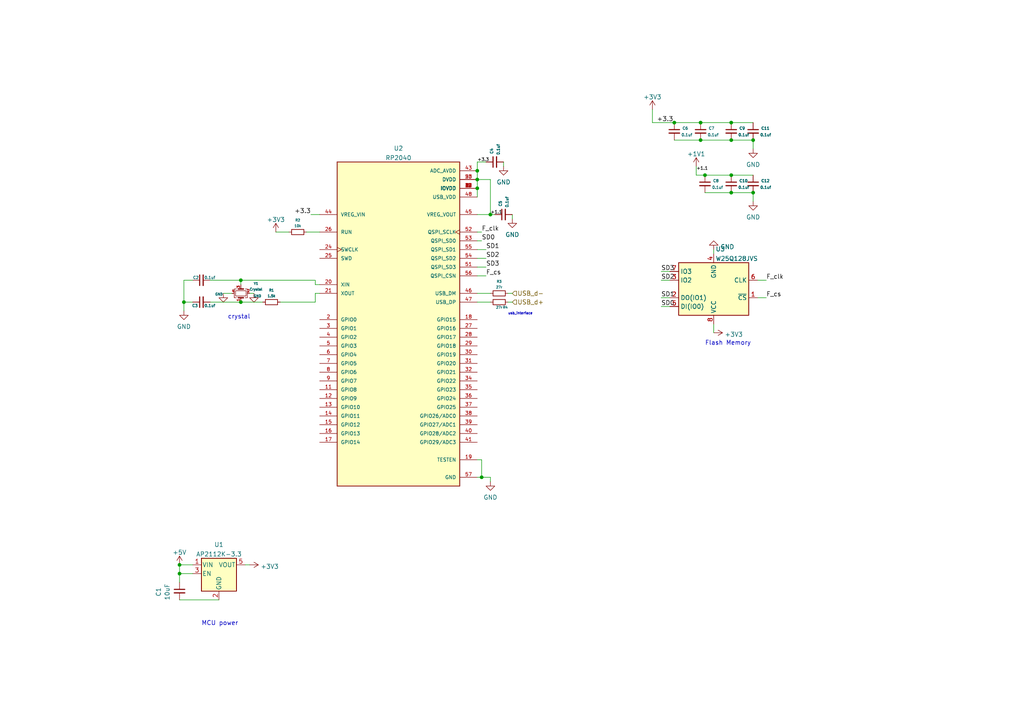
<source format=kicad_sch>
(kicad_sch (version 20231120) (generator "eeschema") (generator_version "8.0")
  (paper "A4")
  (lib_symbols
    (symbol "Device:C_Small" (pin_numbers hide) (pin_names (offset 0.254) hide)
      (property "Reference" "C" (at 0.254 1.778 0))
      (property "Value" "C_Small" (at 0.254 -2.032 0))
      (symbol "C_Small_0_1"
        (polyline (pts (xy -1.524 -0.508) (xy 1.524 -0.508)) (stroke (width 0.3302)))
        (polyline (pts (xy -1.524 0.508) (xy 1.524 0.508)) (stroke (width 0.3048)))
      )
      (symbol "C_Small_1_1"
        (pin passive line (at 0 2.54 270) (length 2.032) (name "~") (number "1"))
        (pin passive line (at 0 -2.54 90) (length 2.032) (name "~") (number "2"))
      )
    )
    (symbol "Device:Crystal_GND24_Small" (pin_names (offset 1.016) hide)
      (property "Reference" "Y" (at 1.27 4.445 0))
      (property "Value" "Crystal_GND24_Small" (at 1.27 2.54 0))
      (symbol "Crystal_GND24_Small_0_1"
        (rectangle (start -0.762 -1.524) (end 0.762 1.524))
        (polyline (pts (xy -1.27 -0.762) (xy -1.27 0.762)) (stroke (width 0.381)))
        (polyline (pts (xy 1.27 -0.762) (xy 1.27 0.762)) (stroke (width 0.381)))
        (polyline (pts (xy -1.27 -1.27) (xy -1.27 -1.905) (xy 1.27 -1.905) (xy 1.27 -1.27)))
        (polyline (pts (xy -1.27 1.27) (xy -1.27 1.905) (xy 1.27 1.905) (xy 1.27 1.27)))
      )
      (symbol "Crystal_GND24_Small_1_1"
        (pin passive line (at -2.54 0 0) (length 1.27) (name "1") (number "1"))
        (pin passive line (at 0 -2.54 90) (length 0.635) (name "2") (number "2"))
        (pin passive line (at 2.54 0 180) (length 1.27) (name "3") (number "3"))
        (pin passive line (at 0 2.54 270) (length 0.635) (name "4") (number "4"))
      )
    )
    (symbol "Device:R_Small" (pin_numbers hide) (pin_names (offset 0.254) hide)
      (property "Reference" "R" (at 0.762 0.508 0))
      (property "Value" "R_Small" (at 0.762 -1.016 0))
      (symbol "R_Small_0_1"
        (rectangle (start -0.762 1.778) (end 0.762 -1.778) (stroke (width 0.2032)))
      )
      (symbol "R_Small_1_1"
        (pin passive line (at 0 2.54 270) (length 0.762) (name "~") (number "1"))
        (pin passive line (at 0 -2.54 90) (length 0.762) (name "~") (number "2"))
      )
    )
    (symbol "Memory_Flash:W25Q128JVS"
      (property "Reference" "U" (at -8.89 8.89 0))
      (property "Value" "W25Q128JVS" (at 7.62 8.89 0))
      (symbol "W25Q128JVS_0_1"
        (rectangle (start -10.16 7.62) (end 10.16 -7.62) (stroke (width 0.254)) (fill (type background)))
      )
      (symbol "W25Q128JVS_1_1"
        (pin input line (at -12.7 2.54 0) (length 2.54) (name "~{CS}") (number "1"))
        (pin bidirectional line (at 12.7 2.54 180) (length 2.54) (name "DO(IO1)") (number "2"))
        (pin bidirectional line (at 12.7 -2.54 180) (length 2.54) (name "IO2") (number "3"))
        (pin power_in line (at 0 -10.16 90) (length 2.54) (name "GND") (number "4"))
        (pin bidirectional line (at 12.7 5.08 180) (length 2.54) (name "DI(IO0)") (number "5"))
        (pin input line (at -12.7 -2.54 0) (length 2.54) (name "CLK") (number "6"))
        (pin bidirectional line (at 12.7 -5.08 180) (length 2.54) (name "IO3") (number "7"))
        (pin power_in line (at 0 10.16 270) (length 2.54) (name "VCC") (number "8"))
      )
    )
    (symbol "RP2040:RP2040" (pin_names (offset 1.016))
      (property "Reference" "U" (at -17.78 50.8 0))
      (property "Value" "RP2040" (at -17.78 -48.26 0))
      (symbol "RP2040_0_0"
        (rectangle (start -17.78 -45.72) (end 17.78 48.26) (stroke (width 0.254)) (fill (type background)))
        (pin power_in line (at 22.86 40.64 180) (length 5.08) (name "IOVDD") (number "1"))
        (pin power_in line (at 22.86 40.64 180) (length 5.08) (name "IOVDD") (number "10"))
        (pin bidirectional line (at -22.86 -17.78 0) (length 5.08) (name "GPIO8") (number "11"))
        (pin bidirectional line (at -22.86 -20.32 0) (length 5.08) (name "GPIO9") (number "12"))
        (pin bidirectional line (at -22.86 -22.86 0) (length 5.08) (name "GPIO10") (number "13"))
        (pin bidirectional line (at -22.86 -25.4 0) (length 5.08) (name "GPIO11") (number "14"))
        (pin bidirectional line (at -22.86 -27.94 0) (length 5.08) (name "GPIO12") (number "15"))
        (pin bidirectional line (at -22.86 -30.48 0) (length 5.08) (name "GPIO13") (number "16"))
        (pin bidirectional line (at -22.86 -33.02 0) (length 5.08) (name "GPIO14") (number "17"))
        (pin bidirectional line (at 22.86 2.54 180) (length 5.08) (name "GPIO15") (number "18"))
        (pin passive line (at 22.86 -38.1 180) (length 5.08) (name "TESTEN") (number "19"))
        (pin bidirectional line (at -22.86 2.54 0) (length 5.08) (name "GPIO0") (number "2"))
        (pin input line (at -22.86 12.7 0) (length 5.08) (name "XIN") (number "20"))
        (pin output line (at -22.86 10.16 0) (length 5.08) (name "XOUT") (number "21"))
        (pin power_in line (at 22.86 40.64 180) (length 5.08) (name "IOVDD") (number "22"))
        (pin power_in line (at 22.86 43.18 180) (length 5.08) (name "DVDD") (number "23"))
        (pin input clock (at -22.86 22.86 0) (length 5.08) (name "SWCLK") (number "24"))
        (pin bidirectional line (at -22.86 20.32 0) (length 5.08) (name "SWD") (number "25"))
        (pin input line (at -22.86 27.94 0) (length 5.08) (name "RUN") (number "26"))
        (pin bidirectional line (at 22.86 0 180) (length 5.08) (name "GPIO16") (number "27"))
        (pin bidirectional line (at 22.86 -2.54 180) (length 5.08) (name "GPIO17") (number "28"))
        (pin bidirectional line (at 22.86 -5.08 180) (length 5.08) (name "GPIO18") (number "29"))
        (pin bidirectional line (at -22.86 0 0) (length 5.08) (name "GPIO1") (number "3"))
        (pin bidirectional line (at 22.86 -7.62 180) (length 5.08) (name "GPIO19") (number "30"))
        (pin bidirectional line (at 22.86 -10.16 180) (length 5.08) (name "GPIO20") (number "31"))
        (pin bidirectional line (at 22.86 -12.7 180) (length 5.08) (name "GPIO21") (number "32"))
        (pin power_in line (at 22.86 40.64 180) (length 5.08) (name "IOVDD") (number "33"))
        (pin bidirectional line (at 22.86 -15.24 180) (length 5.08) (name "GPIO22") (number "34"))
        (pin bidirectional line (at 22.86 -17.78 180) (length 5.08) (name "GPIO23") (number "35"))
        (pin bidirectional line (at 22.86 -20.32 180) (length 5.08) (name "GPIO24") (number "36"))
        (pin bidirectional line (at 22.86 -22.86 180) (length 5.08) (name "GPIO25") (number "37"))
        (pin bidirectional line (at 22.86 -25.4 180) (length 5.08) (name "GPIO26/ADC0") (number "38"))
        (pin bidirectional line (at 22.86 -27.94 180) (length 5.08) (name "GPIO27/ADC1") (number "39"))
        (pin bidirectional line (at -22.86 -2.54 0) (length 5.08) (name "GPIO2") (number "4"))
        (pin bidirectional line (at 22.86 -30.48 180) (length 5.08) (name "GPIO28/ADC2") (number "40"))
        (pin bidirectional line (at 22.86 -33.02 180) (length 5.08) (name "GPIO29/ADC3") (number "41"))
        (pin power_in line (at 22.86 40.64 180) (length 5.08) (name "IOVDD") (number "42"))
        (pin power_in line (at 22.86 45.72 180) (length 5.08) (name "ADC_AVDD") (number "43"))
        (pin input line (at -22.86 33.02 0) (length 5.08) (name "VREG_VIN") (number "44"))
        (pin output line (at 22.86 33.02 180) (length 5.08) (name "VREG_VOUT") (number "45"))
        (pin bidirectional line (at 22.86 10.16 180) (length 5.08) (name "USB_DM") (number "46"))
        (pin bidirectional line (at 22.86 7.62 180) (length 5.08) (name "USB_DP") (number "47"))
        (pin power_in line (at 22.86 38.1 180) (length 5.08) (name "USB_VDD") (number "48"))
        (pin power_in line (at 22.86 40.64 180) (length 5.08) (name "IOVDD") (number "49"))
        (pin bidirectional line (at -22.86 -5.08 0) (length 5.08) (name "GPIO3") (number "5"))
        (pin power_in line (at 22.86 43.18 180) (length 5.08) (name "DVDD") (number "50"))
        (pin bidirectional line (at 22.86 17.78 180) (length 5.08) (name "QSPI_SD3") (number "51"))
        (pin bidirectional clock (at 22.86 27.94 180) (length 5.08) (name "QSPI_SCLK") (number "52"))
        (pin bidirectional line (at 22.86 25.4 180) (length 5.08) (name "QSPI_SD0") (number "53"))
        (pin bidirectional line (at 22.86 20.32 180) (length 5.08) (name "QSPI_SD2") (number "54"))
        (pin bidirectional line (at 22.86 22.86 180) (length 5.08) (name "QSPI_SD1") (number "55"))
        (pin bidirectional line (at 22.86 15.24 180) (length 5.08) (name "QSPI_CSN") (number "56"))
        (pin power_in line (at 22.86 -43.18 180) (length 5.08) (name "GND") (number "57"))
        (pin bidirectional line (at -22.86 -7.62 0) (length 5.08) (name "GPIO4") (number "6"))
        (pin bidirectional line (at -22.86 -10.16 0) (length 5.08) (name "GPIO5") (number "7"))
        (pin bidirectional line (at -22.86 -12.7 0) (length 5.08) (name "GPIO6") (number "8"))
        (pin bidirectional line (at -22.86 -15.24 0) (length 5.08) (name "GPIO7") (number "9"))
      )
    )
    (symbol "Regulator_Linear:AP2112K-3.3" (pin_names (offset 0.254))
      (property "Reference" "U" (at -5.08 5.715 0))
      (property "Value" "AP2112K-3.3" (at 0 5.715 0))
      (symbol "AP2112K-3.3_0_1"
        (rectangle (start -5.08 4.445) (end 5.08 -5.08) (stroke (width 0.254)) (fill (type background)))
      )
      (symbol "AP2112K-3.3_1_1"
        (pin power_in line (at -7.62 2.54 0) (length 2.54) (name "VIN") (number "1"))
        (pin power_in line (at 0 -7.62 90) (length 2.54) (name "GND") (number "2"))
        (pin input line (at -7.62 0 0) (length 2.54) (name "EN") (number "3"))
        (pin no_connect line (at 5.08 0 180) (length 2.54) hide (name "NC") (number "4"))
        (pin power_out line (at 7.62 2.54 180) (length 2.54) (name "VOUT") (number "5"))
      )
    )
    (symbol "power:+1V1" (power) (pin_names (offset 0))
      (property "Value" "+1V1" (at 0 3.556 0))
      (symbol "+1V1_0_1"
        (polyline (pts (xy -0.762 1.27) (xy 0 2.54)))
        (polyline (pts (xy 0 0) (xy 0 2.54)))
        (polyline (pts (xy 0 2.54) (xy 0.762 1.27)))
      )
      (symbol "+1V1_1_1"
        (pin power_in line (at 0 0 90) (length 0) hide (name "+1V1") (number "1"))
      )
    )
    (symbol "power:+3.3V" (power) (pin_names (offset 0))
      (property "Value" "+3.3V" (at 0 3.556 0))
      (symbol "+3.3V_0_1"
        (polyline (pts (xy -0.762 1.27) (xy 0 2.54)))
        (polyline (pts (xy 0 0) (xy 0 2.54)))
        (polyline (pts (xy 0 2.54) (xy 0.762 1.27)))
      )
      (symbol "+3.3V_1_1"
        (pin power_in line (at 0 0 90) (length 0) hide (name "+3V3") (number "1"))
      )
    )
    (symbol "power:+5V" (power) (pin_names (offset 0))
      (property "Value" "+5V" (at 0 3.556 0))
      (symbol "+5V_0_1"
        (polyline (pts (xy -0.762 1.27) (xy 0 2.54)))
        (polyline (pts (xy 0 0) (xy 0 2.54)))
        (polyline (pts (xy 0 2.54) (xy 0.762 1.27)))
      )
      (symbol "+5V_1_1"
        (pin power_in line (at 0 0 90) (length 0) hide (name "+5V") (number "1"))
      )
    )
    (symbol "power:GND" (power) (pin_names (offset 0))
      (property "Value" "GND" (at 0 -3.81 0))
      (symbol "GND_0_1"
        (polyline (pts (xy 0 0) (xy 0 -1.27) (xy 1.27 -1.27) (xy 0 -2.54) (xy -1.27 -1.27) (xy 0 -1.27)))
      )
      (symbol "GND_1_1"
        (pin power_in line (at 0 0 270) (length 0) hide (name "GND") (number "1"))
      )
    )
  )
  (junction (at 204.47 50.8))
  (junction (at 195.58 35.56))
  (junction (at 138.43 49.53))
  (junction (at 203.2 40.64))
  (junction (at 69.85 87.63))
  (junction (at 212.09 55.88))
  (junction (at 69.85 81.28))
  (junction (at 53.34 87.63))
  (junction (at 142.24 62.23))
  (junction (at 212.09 40.64))
  (junction (at 139.7 138.43))
  (junction (at 212.09 50.8))
  (junction (at 212.09 35.56))
  (junction (at 52.07 163.83))
  (junction (at 218.44 40.64))
  (junction (at 138.43 52.07))
  (junction (at 203.2 35.56))
  (junction (at 138.43 54.61))
  (junction (at 218.44 55.88))
  (junction (at 52.07 166.37))
  (wire (pts (xy 76.2 87.63) (xy 69.85 87.63)))
  (wire (pts (xy 81.28 87.63) (xy 91.44 87.63)))
  (wire (pts (xy 212.09 35.56) (xy 218.44 35.56)))
  (wire (pts (xy 207.01 93.98) (xy 207.01 96.52)))
  (wire (pts (xy 219.71 86.36) (xy 222.25 86.36)))
  (wire (pts (xy 91.44 81.28) (xy 91.44 82.55)))
  (wire (pts (xy 204.47 55.88) (xy 212.09 55.88)))
  (wire (pts (xy 189.23 35.56) (xy 195.58 35.56)))
  (wire (pts (xy 138.43 87.63) (xy 142.24 87.63)))
  (wire (pts (xy 91.44 85.09) (xy 92.71 85.09)))
  (wire (pts (xy 88.9 67.31) (xy 92.71 67.31)))
  (wire (pts (xy 148.59 62.23) (xy 148.59 63.5)))
  (wire (pts (xy 53.34 81.28) (xy 53.34 87.63)))
  (wire (pts (xy 83.82 67.31) (xy 80.01 67.31)))
  (wire (pts (xy 91.44 82.55) (xy 92.71 82.55)))
  (wire (pts (xy 138.43 138.43) (xy 139.7 138.43)))
  (wire (pts (xy 91.44 87.63) (xy 91.44 85.09)))
  (wire (pts (xy 218.44 55.88) (xy 218.44 58.42)))
  (wire (pts (xy 138.43 52.07) (xy 138.43 54.61)))
  (wire (pts (xy 191.77 81.28) (xy 194.31 81.28)))
  (wire (pts (xy 139.7 133.35) (xy 139.7 138.43)))
  (wire (pts (xy 212.09 40.64) (xy 218.44 40.64)))
  (wire (pts (xy 53.34 87.63) (xy 55.88 87.63)))
  (wire (pts (xy 138.43 54.61) (xy 138.43 57.15)))
  (wire (pts (xy 138.43 67.31) (xy 139.7 67.31)))
  (wire (pts (xy 189.23 31.75) (xy 189.23 35.56)))
  (wire (pts (xy 218.44 40.64) (xy 218.44 43.18)))
  (wire (pts (xy 147.32 87.63) (xy 148.59 87.63)))
  (wire (pts (xy 201.93 50.8) (xy 204.47 50.8)))
  (wire (pts (xy 204.47 50.8) (xy 212.09 50.8)))
  (wire (pts (xy 212.09 50.8) (xy 218.44 50.8)))
  (wire (pts (xy 138.43 133.35) (xy 139.7 133.35)))
  (wire (pts (xy 52.07 163.83) (xy 52.07 166.37)))
  (wire (pts (xy 138.43 80.01) (xy 140.97 80.01)))
  (wire (pts (xy 138.43 46.99) (xy 140.97 46.99)))
  (wire (pts (xy 69.85 81.28) (xy 69.85 82.55)))
  (wire (pts (xy 138.43 74.93) (xy 140.97 74.93)))
  (wire (pts (xy 142.24 62.23) (xy 143.51 62.23)))
  (wire (pts (xy 138.43 62.23) (xy 142.24 62.23)))
  (wire (pts (xy 60.96 81.28) (xy 69.85 81.28)))
  (wire (pts (xy 212.09 55.88) (xy 218.44 55.88)))
  (wire (pts (xy 67.31 85.09) (xy 64.77 85.09)))
  (wire (pts (xy 201.93 48.26) (xy 201.93 50.8)))
  (wire (pts (xy 138.43 85.09) (xy 142.24 85.09)))
  (wire (pts (xy 191.77 78.74) (xy 194.31 78.74)))
  (wire (pts (xy 53.34 87.63) (xy 53.34 90.17)))
  (wire (pts (xy 52.07 166.37) (xy 52.07 168.91)))
  (wire (pts (xy 71.12 163.83) (xy 72.39 163.83)))
  (wire (pts (xy 72.39 85.09) (xy 73.66 85.09)))
  (wire (pts (xy 195.58 40.64) (xy 203.2 40.64)))
  (wire (pts (xy 60.96 87.63) (xy 69.85 87.63)))
  (wire (pts (xy 138.43 49.53) (xy 138.43 52.07)))
  (wire (pts (xy 90.17 62.23) (xy 92.71 62.23)))
  (wire (pts (xy 138.43 69.85) (xy 139.7 69.85)))
  (wire (pts (xy 138.43 72.39) (xy 140.97 72.39)))
  (wire (pts (xy 69.85 81.28) (xy 91.44 81.28)))
  (wire (pts (xy 138.43 77.47) (xy 140.97 77.47)))
  (wire (pts (xy 203.2 35.56) (xy 212.09 35.56)))
  (wire (pts (xy 138.43 52.07) (xy 142.24 52.07)))
  (wire (pts (xy 52.07 163.83) (xy 55.88 163.83)))
  (wire (pts (xy 207.01 72.39) (xy 207.01 73.66)))
  (wire (pts (xy 195.58 35.56) (xy 203.2 35.56)))
  (wire (pts (xy 55.88 81.28) (xy 53.34 81.28)))
  (wire (pts (xy 203.2 40.64) (xy 212.09 40.64)))
  (wire (pts (xy 139.7 138.43) (xy 142.24 138.43)))
  (wire (pts (xy 142.24 52.07) (xy 142.24 62.23)))
  (wire (pts (xy 138.43 49.53) (xy 138.43 46.99)))
  (wire (pts (xy 146.05 46.99) (xy 146.05 48.26)))
  (wire (pts (xy 142.24 138.43) (xy 142.24 139.7)))
  (wire (pts (xy 52.07 173.99) (xy 63.5 173.99)))
  (wire (pts (xy 191.77 88.9) (xy 194.31 88.9)))
  (wire (pts (xy 147.32 85.09) (xy 148.59 85.09)))
  (wire (pts (xy 191.77 86.36) (xy 194.31 86.36)))
  (wire (pts (xy 219.71 81.28) (xy 222.25 81.28)))
  (wire (pts (xy 52.07 166.37) (xy 55.88 166.37)))
  (text "MCU power" (at 58.42 181.61 0) (effects (font (size 1.27 1.27)) (justify left bottom)))
  (text "usb_interface\n" (at 147.32 91.44 0) (effects (font (size 0.7 0.7)) (justify left bottom)))
  (text "crystal\n" (at 66.04 92.71 0) (effects (font (size 1.27 1.27)) (justify left bottom)))
  (text "Flash Memory\n" (at 204.47 100.33 0) (effects (font (size 1.27 1.27)) (justify left bottom)))
  (label "+1.1" (at 201.93 49.53 0) (effects (font (size 0.9 0.9))))
  (label "+3.3" (at 190.5 35.56 0))
  (label "+1.1" (at 142.24 62.23 0) (effects (font (size 0.9 0.9))))
  (label "SD1" (at 140.97 72.39 0))
  (label "SD1" (at 191.77 86.36 0))
  (label "SD2" (at 191.77 81.28 0))
  (label "F_clk" (at 139.7 67.31 0))
  (label "SD2" (at 140.97 74.93 0))
  (label "SD3" (at 140.97 77.47 0))
  (label "F_cs" (at 222.25 86.36 0))
  (label "F_cs" (at 140.97 80.01 0))
  (label "+3.3" (at 90.17 62.23 180))
  (label "SD0" (at 191.77 88.9 0))
  (label "SD3" (at 191.77 78.74 0))
  (label "+3.3" (at 138.43 46.99 0) (effects (font (size 0.9 0.9))))
  (label "F_clk" (at 222.25 81.28 0))
  (label "SD0" (at 139.7 69.85 0))
  (hierarchical_label "USB_d-" (shape input) (at 148.59 85.09 0))
  (hierarchical_label "USB_d+" (shape input) (at 148.59 87.63 0))
  (symbol (lib_id "power:GND") (at 146.05 48.26 0) (unit 1)
    (property "Reference" "#PWR08" (effects (hide yes)))
    (property "Value" "GND" (at 146.05 52.8225 0))
  )
  (symbol (lib_id "Device:C_Small") (at 58.42 87.63 90) (unit 1)
    (property "Reference" "C3" (at 57.404 88.646 90) (effects (font (size 0.8 0.8)) (justify left)))
    (property "Value" "0.1uf" (at 62.484 88.646 90) (effects (font (size 0.8 0.8)) (justify left)))
  )
  (symbol (lib_id "power:GND") (at 142.24 139.7 0) (unit 1)
    (property "Reference" "#PWR07" (effects (hide yes)))
    (property "Value" "GND" (at 142.24 144.2625 0))
  )
  (symbol (lib_id "Device:C_Small") (at 212.09 38.1 0) (unit 1)
    (property "Reference" "C9" (at 214.4141 37.1978 0) (effects (font (size 0.8 0.8)) (justify left)))
    (property "Value" "0.1uf" (at 214.122 39.116 0) (effects (font (size 0.8 0.8)) (justify left)))
  )
  (symbol (lib_id "power:GND") (at 218.44 43.18 0) (unit 1)
    (property "Reference" "#PWR014" (effects (hide yes)))
    (property "Value" "GND" (at 218.44 47.7425 0))
  )
  (symbol (lib_id "Memory_Flash:W25Q128JVS") (at 207.01 83.82 180) (unit 1)
    (property "Reference" "U3" (at 207.5306 72.2335 0) (effects (justify right)))
    (property "Value" "W25Q128JVS" (at 207.5306 75.0086 0) (effects (justify right)))
    (property "Footprint" "Package_SO:SOIC-8_5.23x5.23mm_P1.27mm" (effects (hide yes)))
    (property "Datasheet" "http://www.winbond.com/resource-files/w25q128jv_dtr%20revc%2003272018%20plus.pdf" (effects (hide yes)))
  )
  (symbol (lib_id "power:+3.3V") (at 189.23 31.75 0) (unit 1)
    (property "Reference" "#PWR010" (effects (hide yes)))
    (property "Value" "+3V3" (at 189.23 28.1455 0))
  )
  (symbol (lib_id "Device:R_Small") (at 86.36 67.31 90) (unit 1)
    (property "Reference" "R2" (at 86.36 63.8743 90) (effects (font (size 0.7 0.7))))
    (property "Value" "10k" (at 86.36 65.5177 90) (effects (font (size 0.7 0.7))))
  )
  (symbol (lib_id "RP2040:RP2040") (at 115.57 95.25 0) (unit 1)
    (property "Reference" "U2" (at 115.57 43.0235 0))
    (property "Value" "RP2040" (at 115.57 45.7986 0))
    (property "Footprint" "RP2040:QFN40P700X700X90-57N" (effects (hide yes)))
    (property "Description" "\nRP2040 chip for Raspberry Pi Pico - ARM® Cortex®-M0+ MCU 32-Bit\n" (effects (hide yes)))
    (property "MF" "Raspberry Pi" (effects (hide yes)))
    (property "MAXIMUM_PACKAGE_HEIGHT" "0.9 mm" (effects (hide yes)))
    (property "Package" "None" (effects (hide yes)))
    (property "Price" "None" (effects (hide yes)))
    (property "Check_prices" "https://www.snapeda.com/parts/RP2040/Raspberry+Pi/view-part/?ref=eda" (effects (hide yes)))
    (property "STANDARD" "IPC 7351B" (effects (hide yes)))
    (property "PARTREV" "1.6.1" (effects (hide yes)))
    (property "SnapEDA_Link" "https://www.snapeda.com/parts/RP2040/Raspberry+Pi/view-part/?ref=snap" (effects (hide yes)))
    (property "MP" "RP2040" (effects (hide yes)))
    (property "Availability" "Not in stock" (effects (hide yes)))
    (property "MANUFACTURER" "Raspberry Pi" (effects (hide yes)))
  )
  (symbol (lib_id "power:GND") (at 64.77 85.09 0) (unit 1)
    (property "Reference" "#PWR03" (effects (hide yes)))
    (property "Value" "GND" (at 63.5 85.344 0) (effects (font (size 0.7 0.7))))
  )
  (symbol (lib_id "Device:R_Small") (at 144.78 87.63 90) (unit 1)
    (property "Reference" "R4" (at 146.558 89.154 90) (effects (font (size 0.7 0.7))))
    (property "Value" "27r" (at 144.78 89.154 90) (effects (font (size 0.7 0.7))))
  )
  (symbol (lib_id "power:+1V1") (at 201.93 48.26 0) (unit 1)
    (property "Reference" "#PWR011" (effects (hide yes)))
    (property "Value" "+1V1" (at 201.93 44.6555 0))
  )
  (symbol (lib_id "Device:C_Small") (at 58.42 81.28 90) (unit 1)
    (property "Reference" "C2" (at 57.658 80.518 90) (effects (font (size 0.8 0.8)) (justify left)))
    (property "Value" "0.1uf" (at 62.484 80.518 90) (effects (font (size 0.8 0.8)) (justify left)))
  )
  (symbol (lib_id "Device:C_Small") (at 218.44 38.1 0) (unit 1)
    (property "Reference" "C11" (at 220.7641 37.1978 0) (effects (font (size 0.8 0.8)) (justify left)))
    (property "Value" "0.1uf" (at 220.472 39.116 0) (effects (font (size 0.8 0.8)) (justify left)))
  )
  (symbol (lib_id "power:+3.3V") (at 72.39 163.83 270) (unit 1)
    (property "Reference" "#PWR04" (effects (hide yes)))
    (property "Value" "+3V3" (at 75.565 164.309 90) (effects (justify left)))
  )
  (symbol (lib_id "power:GND") (at 148.59 63.5 0) (unit 1)
    (property "Reference" "#PWR09" (effects (hide yes)))
    (property "Value" "GND" (at 148.59 68.0625 0))
  )
  (symbol (lib_id "power:+5V") (at 52.07 163.83 0) (unit 1)
    (property "Reference" "#PWR01" (effects (hide yes)))
    (property "Value" "+5V" (at 52.07 160.2255 0))
  )
  (symbol (lib_id "power:GND") (at 218.44 58.42 0) (unit 1)
    (property "Reference" "#PWR015" (effects (hide yes)))
    (property "Value" "GND" (at 218.44 62.9825 0))
  )
  (symbol (lib_id "Device:C_Small") (at 204.47 53.34 0) (unit 1)
    (property "Reference" "C8" (at 206.7941 52.4378 0) (effects (font (size 0.8 0.8)) (justify left)))
    (property "Value" "0.1uf" (at 206.502 54.356 0) (effects (font (size 0.8 0.8)) (justify left)))
  )
  (symbol (lib_id "power:GND") (at 73.66 85.09 0) (unit 1)
    (property "Reference" "#PWR05" (effects (hide yes)))
    (property "Value" "GND" (at 74.676 85.852 0) (effects (font (size 0.7 0.7))))
  )
  (symbol (lib_id "Device:R_Small") (at 78.74 87.63 90) (unit 1)
    (property "Reference" "R1" (at 78.74 84.1943 90) (effects (font (size 0.7 0.7))))
    (property "Value" "1.5k" (at 78.74 85.8377 90) (effects (font (size 0.7 0.7))))
  )
  (symbol (lib_id "Device:C_Small") (at 52.07 171.45 0) (unit 1)
    (property "Reference" "C1" (at 45.974 171.704 90))
    (property "Value" "10uF" (at 48.514 171.704 90))
  )
  (symbol (lib_id "Device:Crystal_GND24_Small") (at 69.85 85.09 90) (unit 1)
    (property "Reference" "Y1" (at 74.2504 82.264 90) (effects (font (size 0.7 0.7))))
    (property "Value" "Crystal" (at 74.2504 83.9074 90) (effects (font (size 0.7 0.7))))
  )
  (symbol (lib_id "Device:C_Small") (at 203.2 38.1 0) (unit 1)
    (property "Reference" "C7" (at 205.5241 37.1978 0) (effects (font (size 0.8 0.8)) (justify left)))
    (property "Value" "0.1uf" (at 205.232 39.116 0) (effects (font (size 0.8 0.8)) (justify left)))
  )
  (symbol (lib_id "power:+3.3V") (at 207.01 96.52 270) (unit 1)
    (property "Reference" "#PWR013" (effects (hide yes)))
    (property "Value" "+3V3" (at 210.185 96.999 90) (effects (justify left)))
  )
  (symbol (lib_id "power:GND") (at 207.01 72.39 180) (unit 1)
    (property "Reference" "#PWR012" (effects (hide yes)))
    (property "Value" "GND" (at 208.915 71.599 0) (effects (justify right)))
  )
  (symbol (lib_id "power:GND") (at 53.34 90.17 0) (unit 1)
    (property "Reference" "#PWR02" (effects (hide yes)))
    (property "Value" "GND" (at 53.34 94.7325 0))
  )
  (symbol (lib_id "Device:C_Small") (at 143.51 46.99 90) (unit 1)
    (property "Reference" "C4" (at 142.6078 44.6659 0) (effects (font (size 0.8 0.8)) (justify left)))
    (property "Value" "0.1uf" (at 144.526 44.958 0) (effects (font (size 0.8 0.8)) (justify left)))
  )
  (symbol (lib_id "Device:C_Small") (at 212.09 53.34 0) (unit 1)
    (property "Reference" "C10" (at 214.4141 52.4378 0) (effects (font (size 0.8 0.8)) (justify left)))
    (property "Value" "0.1uf" (at 214.122 54.356 0) (effects (font (size 0.8 0.8)) (justify left)))
  )
  (symbol (lib_id "Device:C_Small") (at 146.05 62.23 90) (unit 1)
    (property "Reference" "C5" (at 145.1478 59.9059 0) (effects (font (size 0.8 0.8)) (justify left)))
    (property "Value" "0.1uf" (at 147.066 60.198 0) (effects (font (size 0.8 0.8)) (justify left)))
  )
  (symbol (lib_id "Device:C_Small") (at 218.44 53.34 0) (unit 1)
    (property "Reference" "C12" (at 220.7641 52.4378 0) (effects (font (size 0.8 0.8)) (justify left)))
    (property "Value" "0.1uf" (at 220.472 54.356 0) (effects (font (size 0.8 0.8)) (justify left)))
  )
  (symbol (lib_id "Regulator_Linear:AP2112K-3.3") (at 63.5 166.37 0) (unit 1)
    (property "Reference" "U1" (at 63.5 157.9585 0))
    (property "Value" "AP2112K-3.3" (at 63.5 160.7336 0))
    (property "Footprint" "Package_TO_SOT_SMD:SOT-23-5" (effects (hide yes)))
    (property "Datasheet" "https://www.diodes.com/assets/Datasheets/AP2112.pdf" (effects (hide yes)))
  )
  (symbol (lib_id "Device:C_Small") (at 195.58 38.1 0) (unit 1)
    (property "Reference" "C6" (at 197.9041 37.1978 0) (effects (font (size 0.8 0.8)) (justify left)))
    (property "Value" "0.1uf" (at 197.612 39.116 0) (effects (font (size 0.8 0.8)) (justify left)))
  )
  (symbol (lib_id "Device:R_Small") (at 144.78 85.09 90) (unit 1)
    (property "Reference" "R3" (at 144.78 81.6543 90) (effects (font (size 0.7 0.7))))
    (property "Value" "27r" (at 144.78 83.2977 90) (effects (font (size 0.7 0.7))))
  )
  (symbol (lib_id "power:+3.3V") (at 80.01 67.31 0) (unit 1)
    (property "Reference" "#PWR06" (effects (hide yes)))
    (property "Value" "+3V3" (at 80.01 63.7055 0))
  )
)
</source>
